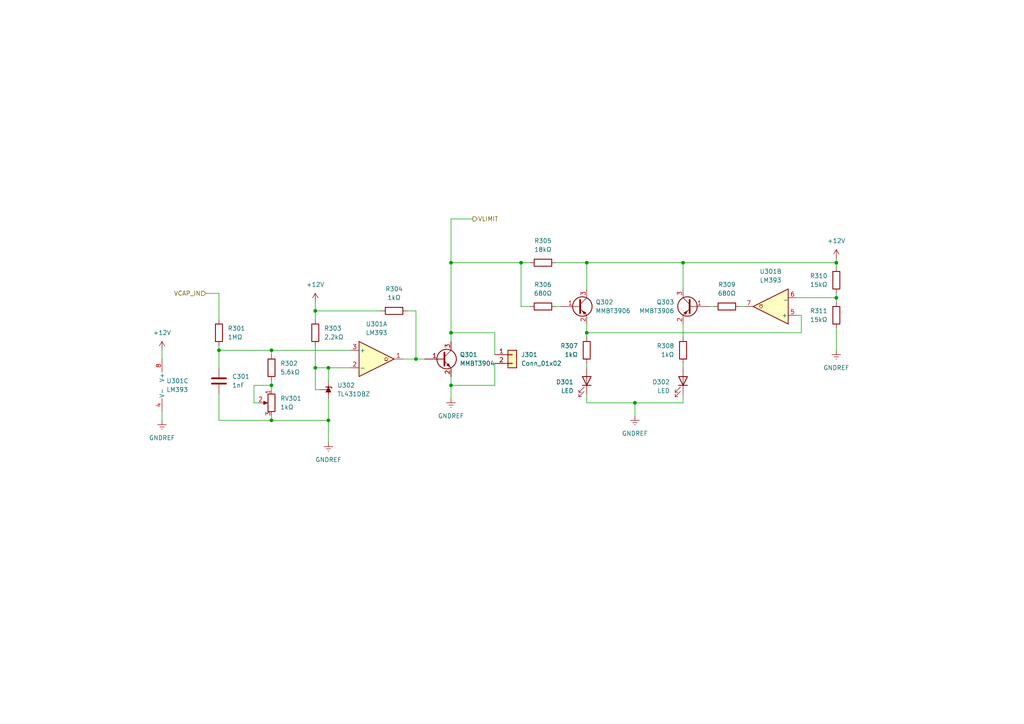
<source format=kicad_sch>
(kicad_sch (version 20211123) (generator eeschema)
  (paper "A4")
  (title_block (title "Ball Plunger Board") (date "2022-09-02") (rev "1") (company "Politeknik Negeri Ujung Pandang") (comment 1 "Engineer: Nur Wahyu Mahardika"))
  (lib_symbols
    (symbol "Comparator:LM393" (pin_names (offset 0.127))
      (property "Reference" "U" (at 3.81 3.81 0))
      (property "Value" "LM393" (at 6.35 -3.81 0))
      (symbol "LM393_1_1"
        (polyline (pts (xy -5.08 5.08) (xy 5.08 0) (xy -5.08 -5.08) (xy -5.08 5.08)) (stroke (width 0.254)) (fill (type background)))
        (polyline (pts (xy 3.302 -0.508) (xy 2.794 -0.508) (xy 3.302 0) (xy 2.794 0.508) (xy 2.286 0) (xy 2.794 -0.508) (xy 2.286 -0.508)) (stroke (width 0.127)))
        (pin open_collector line (at 7.62 0 180) (length 2.54) (name "~") (number "1"))
        (pin input line (at -7.62 -2.54 0) (length 2.54) (name "-") (number "2"))
        (pin input line (at -7.62 2.54 0) (length 2.54) (name "+") (number "3"))
      )
      (symbol "LM393_2_1"
        (polyline (pts (xy -5.08 5.08) (xy 5.08 0) (xy -5.08 -5.08) (xy -5.08 5.08)) (stroke (width 0.254)) (fill (type background)))
        (polyline (pts (xy 3.302 -0.508) (xy 2.794 -0.508) (xy 3.302 0) (xy 2.794 0.508) (xy 2.286 0) (xy 2.794 -0.508) (xy 2.286 -0.508)) (stroke (width 0.127)))
        (pin input line (at -7.62 2.54 0) (length 2.54) (name "+") (number "5"))
        (pin input line (at -7.62 -2.54 0) (length 2.54) (name "_") (number "6"))
        (pin open_collector line (at 7.62 0 180) (length 2.54) (name "~") (number "7"))
      )
      (symbol "LM393_3_1"
        (pin power_in line (at -2.54 -7.62 90) (length 3.81) (name "V-") (number "4"))
        (pin power_in line (at -2.54 7.62 270) (length 3.81) (name "V+") (number "8"))
      )
    )
    (symbol "Connector_Generic:Conn_01x02" (pin_names (offset 1.016) hide)
      (property "Reference" "J" (at 0 2.54 0))
      (property "Value" "Conn_01x02" (at 0 -5.08 0))
      (symbol "Conn_01x02_1_1"
        (rectangle (start -1.27 -2.413) (end 0 -2.667) (stroke (width 0.1524)))
        (rectangle (start -1.27 0.127) (end 0 -0.127) (stroke (width 0.1524)))
        (rectangle (start -1.27 1.27) (end 1.27 -3.81) (stroke (width 0.254)) (fill (type background)))
        (pin passive line (at -5.08 0 0) (length 3.81) (name "Pin_1") (number "1"))
        (pin passive line (at -5.08 -2.54 0) (length 3.81) (name "Pin_2") (number "2"))
      )
    )
    (symbol "Device:C" (pin_numbers hide) (pin_names (offset 0.254))
      (property "Reference" "C" (at 0.635 2.54 0))
      (property "Value" "C" (at 0.635 -2.54 0))
      (symbol "C_0_1"
        (polyline (pts (xy -2.032 -0.762) (xy 2.032 -0.762)) (stroke (width 0.508)))
        (polyline (pts (xy -2.032 0.762) (xy 2.032 0.762)) (stroke (width 0.508)))
      )
      (symbol "C_1_1"
        (pin passive line (at 0 3.81 270) (length 2.794) (name "~") (number "1"))
        (pin passive line (at 0 -3.81 90) (length 2.794) (name "~") (number "2"))
      )
    )
    (symbol "Device:LED" (pin_numbers hide) (pin_names (offset 1.016) hide)
      (property "Reference" "D" (at 0 2.54 0))
      (property "Value" "LED" (at 0 -2.54 0))
      (symbol "LED_0_1"
        (polyline (pts (xy -1.27 -1.27) (xy -1.27 1.27)) (stroke (width 0.254)))
        (polyline (pts (xy -1.27 0) (xy 1.27 0)))
        (polyline (pts (xy 1.27 -1.27) (xy 1.27 1.27) (xy -1.27 0) (xy 1.27 -1.27)) (stroke (width 0.254)))
        (polyline (pts (xy -3.048 -0.762) (xy -4.572 -2.286) (xy -3.81 -2.286) (xy -4.572 -2.286) (xy -4.572 -1.524)))
        (polyline (pts (xy -1.778 -0.762) (xy -3.302 -2.286) (xy -2.54 -2.286) (xy -3.302 -2.286) (xy -3.302 -1.524)))
      )
      (symbol "LED_1_1"
        (pin passive line (at -3.81 0 0) (length 2.54) (name "K") (number "1"))
        (pin passive line (at 3.81 0 180) (length 2.54) (name "A") (number "2"))
      )
    )
    (symbol "Device:R" (pin_numbers hide) (pin_names (offset 0))
      (property "Reference" "R" (at 2.032 0 90))
      (property "Value" "R" (at 0 0 90))
      (symbol "R_0_1"
        (rectangle (start -1.016 -2.54) (end 1.016 2.54) (stroke (width 0.254)))
      )
      (symbol "R_1_1"
        (pin passive line (at 0 3.81 270) (length 1.27) (name "~") (number "1"))
        (pin passive line (at 0 -3.81 90) (length 1.27) (name "~") (number "2"))
      )
    )
    (symbol "Device:R_Potentiometer" (pin_names (offset 1.016) hide)
      (property "Reference" "RV" (at -4.445 0 90))
      (property "Value" "R_Potentiometer" (at -2.54 0 90))
      (symbol "R_Potentiometer_0_1"
        (polyline (pts (xy 2.54 0) (xy 1.524 0)))
        (polyline (pts (xy 1.143 0) (xy 2.286 0.508) (xy 2.286 -0.508) (xy 1.143 0)) (fill (type outline)))
        (rectangle (start 1.016 2.54) (end -1.016 -2.54) (stroke (width 0.254)))
      )
      (symbol "R_Potentiometer_1_1"
        (pin passive line (at 0 3.81 270) (length 1.27) (name "1") (number "1"))
        (pin passive line (at 3.81 0 180) (length 1.27) (name "2") (number "2"))
        (pin passive line (at 0 -3.81 90) (length 1.27) (name "3") (number "3"))
      )
    )
    (symbol "Reference_Voltage:TL431DBZ" (pin_numbers hide) (pin_names hide)
      (property "Reference" "U" (at -2.54 2.54 0))
      (property "Value" "TL431DBZ" (at 0 -2.54 0))
      (symbol "TL431DBZ_0_1"
        (polyline (pts (xy -1.27 0) (xy 0 0) (xy 1.27 0)))
        (polyline (pts (xy -0.762 0.762) (xy 0.762 0) (xy -0.762 -0.762)) (fill (type outline)))
        (polyline (pts (xy 0.508 -1.016) (xy 0.762 -0.762) (xy 0.762 0.762) (xy 0.762 0.762)) (stroke (width 0.254)))
      )
      (symbol "TL431DBZ_1_1"
        (pin passive line (at 2.54 0 180) (length 2.54) (name "K") (number "1"))
        (pin passive line (at 0 2.54 270) (length 2.54) (name "REF") (number "2"))
        (pin passive line (at -2.54 0 0) (length 2.54) (name "A") (number "3"))
      )
    )
    (symbol "Transistor_BJT:MMBT3904" (pin_names (offset 0) hide)
      (property "Reference" "Q" (at 5.08 1.905 0))
      (property "Value" "MMBT3904" (at 5.08 0 0))
      (symbol "MMBT3904_0_1"
        (polyline (pts (xy 0.635 0.635) (xy 2.54 2.54)))
        (polyline (pts (xy 0.635 -0.635) (xy 2.54 -2.54) (xy 2.54 -2.54)))
        (polyline (pts (xy 0.635 1.905) (xy 0.635 -1.905) (xy 0.635 -1.905)) (stroke (width 0.508)))
        (polyline (pts (xy 1.27 -1.778) (xy 1.778 -1.27) (xy 2.286 -2.286) (xy 1.27 -1.778) (xy 1.27 -1.778)) (fill (type outline)))
        (circle (center 1.27 0) (radius 2.8194) (stroke (width 0.254)))
      )
      (symbol "MMBT3904_1_1"
        (pin input line (at -5.08 0 0) (length 5.715) (name "B") (number "1"))
        (pin passive line (at 2.54 -5.08 90) (length 2.54) (name "E") (number "2"))
        (pin passive line (at 2.54 5.08 270) (length 2.54) (name "C") (number "3"))
      )
    )
    (symbol "Transistor_BJT:MMBT3906" (pin_names (offset 0) hide)
      (property "Reference" "Q" (at 5.08 1.905 0))
      (property "Value" "MMBT3906" (at 5.08 0 0))
      (symbol "MMBT3906_0_1"
        (polyline (pts (xy 0.635 0.635) (xy 2.54 2.54)))
        (polyline (pts (xy 0.635 -0.635) (xy 2.54 -2.54) (xy 2.54 -2.54)))
        (polyline (pts (xy 0.635 1.905) (xy 0.635 -1.905) (xy 0.635 -1.905)) (stroke (width 0.508)))
        (polyline (pts (xy 2.286 -1.778) (xy 1.778 -2.286) (xy 1.27 -1.27) (xy 2.286 -1.778) (xy 2.286 -1.778)) (fill (type outline)))
        (circle (center 1.27 0) (radius 2.8194) (stroke (width 0.254)))
      )
      (symbol "MMBT3906_1_1"
        (pin input line (at -5.08 0 0) (length 5.715) (name "B") (number "1"))
        (pin passive line (at 2.54 -5.08 90) (length 2.54) (name "E") (number "2"))
        (pin passive line (at 2.54 5.08 270) (length 2.54) (name "C") (number "3"))
      )
    )
    (symbol "power:+12V" (power) (pin_names (offset 0))
      (property "Value" "+12V" (at 0 3.556 0))
      (symbol "+12V_0_1"
        (polyline (pts (xy -0.762 1.27) (xy 0 2.54)))
        (polyline (pts (xy 0 0) (xy 0 2.54)))
        (polyline (pts (xy 0 2.54) (xy 0.762 1.27)))
      )
      (symbol "+12V_1_1"
        (pin power_in line (at 0 0 90) (length 0) hide (name "+12V") (number "1"))
      )
    )
    (symbol "power:GNDREF" (power) (pin_names (offset 0))
      (property "Value" "GNDREF" (at 0 -3.81 0))
      (symbol "GNDREF_0_1"
        (polyline (pts (xy -0.635 -1.905) (xy 0.635 -1.905)))
        (polyline (pts (xy -0.127 -2.54) (xy 0.127 -2.54)))
        (polyline (pts (xy 0 -1.27) (xy 0 0)))
        (polyline (pts (xy 1.27 -1.27) (xy -1.27 -1.27)))
      )
      (symbol "GNDREF_1_1"
        (pin power_in line (at 0 0 270) (length 0) hide (name "GNDREF") (number "1"))
      )
    )
  )
  (junction (at 91.44 90.17))
  (junction (at 170.18 76.2))
  (junction (at 91.44 106.68))
  (junction (at 242.57 86.36))
  (junction (at 130.81 76.2))
  (junction (at 184.15 116.84))
  (junction (at 78.74 121.92))
  (junction (at 130.81 96.52))
  (junction (at 151.13 76.2))
  (junction (at 120.65 104.14))
  (junction (at 78.74 101.6))
  (junction (at 170.18 96.52))
  (junction (at 78.74 111.76))
  (junction (at 242.57 76.2))
  (junction (at 95.25 106.68))
  (junction (at 95.25 121.92))
  (junction (at 198.12 76.2))
  (junction (at 63.5 101.6))
  (junction (at 130.81 111.76))
  (wire (pts (xy 63.5 121.92) (xy 78.74 121.92)))
  (wire (pts (xy 130.81 76.2) (xy 130.81 96.52)))
  (wire (pts (xy 78.74 121.92) (xy 95.25 121.92)))
  (wire (pts (xy 78.74 101.6) (xy 63.5 101.6)))
  (wire (pts (xy 143.51 105.41) (xy 143.51 111.76)))
  (wire (pts (xy 63.5 85.09) (xy 63.5 92.71)))
  (wire (pts (xy 130.81 109.22) (xy 130.81 111.76)))
  (wire (pts (xy 232.41 91.44) (xy 232.41 96.52)))
  (wire (pts (xy 170.18 116.84) (xy 170.18 114.3)))
  (wire (pts (xy 116.84 104.14) (xy 120.65 104.14)))
  (wire (pts (xy 120.65 104.14) (xy 120.65 90.17)))
  (wire (pts (xy 91.44 90.17) (xy 91.44 92.71)))
  (wire (pts (xy 95.25 106.68) (xy 95.25 110.49)))
  (wire (pts (xy 78.74 111.76) (xy 78.74 113.03)))
  (wire (pts (xy 198.12 114.3) (xy 198.12 116.84)))
  (wire (pts (xy 63.5 101.6) (xy 63.5 106.68)))
  (wire (pts (xy 137.16 63.5) (xy 130.81 63.5)))
  (wire (pts (xy 242.57 76.2) (xy 198.12 76.2)))
  (wire (pts (xy 120.65 90.17) (xy 118.11 90.17)))
  (wire (pts (xy 242.57 85.09) (xy 242.57 86.36)))
  (wire (pts (xy 151.13 76.2) (xy 151.13 88.9)))
  (wire (pts (xy 63.5 100.33) (xy 63.5 101.6)))
  (wire (pts (xy 207.01 88.9) (xy 205.74 88.9)))
  (wire (pts (xy 198.12 76.2) (xy 198.12 83.82)))
  (wire (pts (xy 198.12 76.2) (xy 170.18 76.2)))
  (wire (pts (xy 231.14 91.44) (xy 232.41 91.44)))
  (wire (pts (xy 130.81 111.76) (xy 130.81 115.57)))
  (wire (pts (xy 242.57 86.36) (xy 231.14 86.36)))
  (wire (pts (xy 120.65 104.14) (xy 123.19 104.14)))
  (wire (pts (xy 170.18 76.2) (xy 161.29 76.2)))
  (wire (pts (xy 153.67 76.2) (xy 151.13 76.2)))
  (wire (pts (xy 170.18 105.41) (xy 170.18 106.68)))
  (wire (pts (xy 78.74 110.49) (xy 78.74 111.76)))
  (wire (pts (xy 184.15 116.84) (xy 170.18 116.84)))
  (wire (pts (xy 46.99 101.6) (xy 46.99 104.14)))
  (wire (pts (xy 130.81 96.52) (xy 143.51 96.52)))
  (wire (pts (xy 78.74 101.6) (xy 101.6 101.6)))
  (wire (pts (xy 74.93 116.84) (xy 73.66 116.84)))
  (wire (pts (xy 184.15 116.84) (xy 184.15 120.65)))
  (wire (pts (xy 198.12 116.84) (xy 184.15 116.84)))
  (wire (pts (xy 242.57 76.2) (xy 242.57 77.47)))
  (wire (pts (xy 143.51 102.87) (xy 143.51 96.52)))
  (wire (pts (xy 92.71 113.03) (xy 91.44 113.03)))
  (wire (pts (xy 101.6 106.68) (xy 95.25 106.68)))
  (wire (pts (xy 46.99 119.38) (xy 46.99 121.92)))
  (wire (pts (xy 198.12 93.98) (xy 198.12 97.79)))
  (wire (pts (xy 242.57 74.93) (xy 242.57 76.2)))
  (wire (pts (xy 91.44 100.33) (xy 91.44 106.68)))
  (wire (pts (xy 170.18 76.2) (xy 170.18 83.82)))
  (wire (pts (xy 242.57 86.36) (xy 242.57 87.63)))
  (wire (pts (xy 170.18 93.98) (xy 170.18 96.52)))
  (wire (pts (xy 91.44 106.68) (xy 95.25 106.68)))
  (wire (pts (xy 91.44 87.63) (xy 91.44 90.17)))
  (wire (pts (xy 151.13 88.9) (xy 153.67 88.9)))
  (wire (pts (xy 59.69 85.09) (xy 63.5 85.09)))
  (wire (pts (xy 130.81 76.2) (xy 151.13 76.2)))
  (wire (pts (xy 78.74 120.65) (xy 78.74 121.92)))
  (wire (pts (xy 91.44 106.68) (xy 91.44 113.03)))
  (wire (pts (xy 143.51 111.76) (xy 130.81 111.76)))
  (wire (pts (xy 95.25 115.57) (xy 95.25 121.92)))
  (wire (pts (xy 242.57 95.25) (xy 242.57 101.6)))
  (wire (pts (xy 73.66 111.76) (xy 78.74 111.76)))
  (wire (pts (xy 130.81 96.52) (xy 130.81 99.06)))
  (wire (pts (xy 95.25 121.92) (xy 95.25 128.27)))
  (wire (pts (xy 198.12 105.41) (xy 198.12 106.68)))
  (wire (pts (xy 130.81 63.5) (xy 130.81 76.2)))
  (wire (pts (xy 110.49 90.17) (xy 91.44 90.17)))
  (wire (pts (xy 78.74 102.87) (xy 78.74 101.6)))
  (wire (pts (xy 170.18 96.52) (xy 170.18 97.79)))
  (wire (pts (xy 232.41 96.52) (xy 170.18 96.52)))
  (wire (pts (xy 215.9 88.9) (xy 214.63 88.9)))
  (wire (pts (xy 63.5 114.3) (xy 63.5 121.92)))
  (wire (pts (xy 73.66 116.84) (xy 73.66 111.76)))
  (wire (pts (xy 162.56 88.9) (xy 161.29 88.9)))
  (hierarchical_label "VCAP_IN" (shape input) (at 59.69 85.09 180))
  (hierarchical_label "VLIMIT" (shape output) (at 137.16 63.5 0))
  (symbol (lib_id "Device:R") (at 157.48 88.9 270) (mirror x) (unit 1)
    (property "Reference" "R306" (at 157.48 82.55 90))
    (property "Value" "680Ω" (at 157.48 85.09 90))
    (property "Footprint" "Resistor_SMD:R_0805_2012Metric_Pad1.20x1.40mm_HandSolder" (effects hide))
  )
  (symbol (lib_id "power:GNDREF") (at 242.57 101.6 0) (mirror y) (unit 1)
    (property "Reference" "#PWR0308" (effects hide))
    (property "Value" "GNDREF" (at 242.57 106.68 0))
  )
  (symbol (lib_id "Device:R") (at 198.12 101.6 0) (mirror y) (unit 1)
    (property "Reference" "R308" (at 195.58 100.3299 0) (effects (justify left)))
    (property "Value" "1kΩ" (at 195.58 102.8699 0) (effects (justify left)))
    (property "Footprint" "Resistor_SMD:R_0805_2012Metric_Pad1.20x1.40mm_HandSolder" (effects hide))
  )
  (symbol (lib_id "Device:R") (at 91.44 96.52 0) (unit 1)
    (property "Reference" "R303" (at 93.98 95.2499 0) (effects (justify left)))
    (property "Value" "2.2kΩ" (at 93.98 97.7899 0) (effects (justify left)))
    (property "Footprint" "Resistor_SMD:R_0805_2012Metric_Pad1.20x1.40mm_HandSolder" (effects hide))
  )
  (symbol (lib_id "power:+12V") (at 242.57 74.93 0) (mirror y) (unit 1)
    (property "Reference" "#PWR0307" (effects hide))
    (property "Value" "+12V" (at 242.57 69.85 0))
  )
  (symbol (lib_id "Device:R") (at 170.18 101.6 0) (mirror y) (unit 1)
    (property "Reference" "R307" (at 167.64 100.3299 0) (effects (justify left)))
    (property "Value" "1kΩ" (at 167.64 102.8699 0) (effects (justify left)))
    (property "Footprint" "Resistor_SMD:R_0805_2012Metric_Pad1.20x1.40mm_HandSolder" (effects hide))
  )
  (symbol (lib_id "Device:R") (at 157.48 76.2 270) (mirror x) (unit 1)
    (property "Reference" "R305" (at 157.48 69.85 90))
    (property "Value" "18kΩ" (at 157.48 72.39 90))
    (property "Footprint" "Resistor_SMD:R_0805_2012Metric_Pad1.20x1.40mm_HandSolder" (effects hide))
  )
  (symbol (lib_id "Transistor_BJT:MMBT3906") (at 200.66 88.9 0) (mirror y) (unit 1)
    (property "Reference" "Q303" (at 195.58 87.6299 0) (effects (justify left)))
    (property "Value" "MMBT3906" (at 195.58 90.1699 0) (effects (justify left)))
    (property "Footprint" "Package_TO_SOT_SMD:SOT-23" (effects hide))
    (property "Datasheet" "https://www.onsemi.com/pub/Collateral/2N3906-D.PDF" (effects hide))
  )
  (symbol (lib_id "Transistor_BJT:MMBT3904") (at 128.27 104.14 0) (unit 1)
    (property "Reference" "Q301" (at 133.35 102.8699 0) (effects (justify left)))
    (property "Value" "MMBT3904" (at 133.35 105.4099 0) (effects (justify left)))
    (property "Footprint" "Package_TO_SOT_SMD:SOT-23" (effects hide))
    (property "Datasheet" "https://www.onsemi.com/pub/Collateral/2N3903-D.PDF" (effects hide))
  )
  (symbol (lib_id "Comparator:LM393") (at 223.52 88.9 180) (unit 2)
    (property "Reference" "U301" (at 223.52 78.74 0))
    (property "Value" "LM393" (at 223.52 81.28 0))
    (property "Footprint" "Package_SO:SOP-8-1EP_4.57x4.57mm_P1.27mm_EP4.57x4.45mm" (effects hide))
    (property "Datasheet" "http://www.ti.com/lit/ds/symlink/lm393.pdf" (effects hide))
  )
  (symbol (lib_id "Device:R_Potentiometer") (at 78.74 116.84 0) (mirror y) (unit 1)
    (property "Reference" "RV301" (at 81.28 115.5699 0) (effects (justify right)))
    (property "Value" "1kΩ" (at 81.28 118.1099 0) (effects (justify right)))
    (property "Footprint" "Potentiometer_THT:Potentiometer_Bourns_3296W_Vertical" (effects hide))
  )
  (symbol (lib_id "Reference_Voltage:TL431DBZ") (at 95.25 113.03 90) (unit 1)
    (property "Reference" "U302" (at 97.79 111.7599 90) (effects (justify right)))
    (property "Value" "TL431DBZ" (at 97.79 114.2999 90) (effects (justify right)))
    (property "Footprint" "Package_TO_SOT_SMD:SOT-23" (effects hide))
    (property "Datasheet" "http://www.ti.com/lit/ds/symlink/tl431.pdf" (effects hide))
  )
  (symbol (lib_id "Device:R") (at 242.57 91.44 0) (mirror y) (unit 1)
    (property "Reference" "R311" (at 240.03 90.1699 0) (effects (justify left)))
    (property "Value" "15kΩ" (at 240.03 92.7099 0) (effects (justify left)))
    (property "Footprint" "Resistor_SMD:R_0805_2012Metric_Pad1.20x1.40mm_HandSolder" (effects hide))
  )
  (symbol (lib_id "Device:LED") (at 198.12 110.49 270) (mirror x) (unit 1)
    (property "Reference" "D302" (at 194.31 110.8074 90) (effects (justify right)))
    (property "Value" "LED" (at 194.31 113.3474 90) (effects (justify right)))
    (property "Footprint" "LED_SMD:LED_1206_3216Metric_Pad1.42x1.75mm_HandSolder" (effects hide))
  )
  (symbol (lib_id "power:GNDREF") (at 130.81 115.57 0) (unit 1)
    (property "Reference" "#PWR0305" (effects hide))
    (property "Value" "GNDREF" (at 130.81 120.65 0))
  )
  (symbol (lib_id "Device:R") (at 242.57 81.28 0) (mirror y) (unit 1)
    (property "Reference" "R310" (at 240.03 80.0099 0) (effects (justify left)))
    (property "Value" "15kΩ" (at 240.03 82.5499 0) (effects (justify left)))
    (property "Footprint" "Resistor_SMD:R_0805_2012Metric_Pad1.20x1.40mm_HandSolder" (effects hide))
  )
  (symbol (lib_id "Device:R") (at 63.5 96.52 0) (unit 1)
    (property "Reference" "R301" (at 66.04 95.2499 0) (effects (justify left)))
    (property "Value" "1MΩ" (at 66.04 97.7899 0) (effects (justify left)))
    (property "Footprint" "Resistor_SMD:R_1206_3216Metric_Pad1.30x1.75mm_HandSolder" (effects hide))
  )
  (symbol (lib_id "Device:R") (at 114.3 90.17 90) (unit 1)
    (property "Reference" "R304" (at 114.3 83.82 90))
    (property "Value" "1kΩ" (at 114.3 86.36 90))
    (property "Footprint" "Resistor_SMD:R_0805_2012Metric_Pad1.20x1.40mm_HandSolder" (effects hide))
  )
  (symbol (lib_id "power:GNDREF") (at 46.99 121.92 0) (unit 1)
    (property "Reference" "#PWR0302" (effects hide))
    (property "Value" "GNDREF" (at 46.99 127 0))
  )
  (symbol (lib_id "power:GNDREF") (at 95.25 128.27 0) (unit 1)
    (property "Reference" "#PWR0304" (effects hide))
    (property "Value" "GNDREF" (at 95.25 133.35 0))
  )
  (symbol (lib_id "Device:R") (at 78.74 106.68 0) (unit 1)
    (property "Reference" "R302" (at 81.28 105.4099 0) (effects (justify left)))
    (property "Value" "5.6kΩ" (at 81.28 107.9499 0) (effects (justify left)))
    (property "Footprint" "Resistor_SMD:R_0805_2012Metric_Pad1.20x1.40mm_HandSolder" (effects hide))
  )
  (symbol (lib_id "Comparator:LM393") (at 109.22 104.14 0) (unit 1)
    (property "Reference" "U301" (at 109.22 93.98 0))
    (property "Value" "LM393" (at 109.22 96.52 0))
    (property "Footprint" "Package_SO:SOP-8-1EP_4.57x4.57mm_P1.27mm_EP4.57x4.45mm" (effects hide))
    (property "Datasheet" "http://www.ti.com/lit/ds/symlink/lm393.pdf" (effects hide))
  )
  (symbol (lib_id "Connector_Generic:Conn_01x02") (at 148.59 102.87 0) (unit 1)
    (property "Reference" "J301" (at 151.13 102.8699 0) (effects (justify left)))
    (property "Value" "Conn_01x02" (at 151.13 105.4099 0) (effects (justify left)))
    (property "Footprint" "Connector_PinHeader_2.54mm:PinHeader_1x02_P2.54mm_Vertical" (effects hide))
  )
  (symbol (lib_id "Device:C") (at 63.5 110.49 0) (unit 1)
    (property "Reference" "C301" (at 67.31 109.2199 0) (effects (justify left)))
    (property "Value" "1nF" (at 67.31 111.7599 0) (effects (justify left)))
    (property "Footprint" "Capacitor_SMD:C_0805_2012Metric_Pad1.18x1.45mm_HandSolder" (effects hide))
  )
  (symbol (lib_id "Device:LED") (at 170.18 110.49 270) (mirror x) (unit 1)
    (property "Reference" "D301" (at 166.37 110.8074 90) (effects (justify right)))
    (property "Value" "LED" (at 166.37 113.3474 90) (effects (justify right)))
    (property "Footprint" "LED_SMD:LED_1206_3216Metric_Pad1.42x1.75mm_HandSolder" (effects hide))
  )
  (symbol (lib_id "Device:R") (at 210.82 88.9 270) (mirror x) (unit 1)
    (property "Reference" "R309" (at 210.82 82.55 90))
    (property "Value" "680Ω" (at 210.82 85.09 90))
    (property "Footprint" "Resistor_SMD:R_0805_2012Metric_Pad1.20x1.40mm_HandSolder" (effects hide))
  )
  (symbol (lib_id "Comparator:LM393") (at 49.53 111.76 0) (unit 3)
    (property "Reference" "U301" (at 48.26 110.4899 0) (effects (justify left)))
    (property "Value" "LM393" (at 48.26 113.0299 0) (effects (justify left)))
    (property "Footprint" "Package_SO:SOP-8-1EP_4.57x4.57mm_P1.27mm_EP4.57x4.45mm" (effects hide))
    (property "Datasheet" "http://www.ti.com/lit/ds/symlink/lm393.pdf" (effects hide))
  )
  (symbol (lib_id "power:+12V") (at 91.44 87.63 0) (unit 1)
    (property "Reference" "#PWR0303" (effects hide))
    (property "Value" "+12V" (at 91.44 82.55 0))
  )
  (symbol (lib_id "power:GNDREF") (at 184.15 120.65 0) (mirror y) (unit 1)
    (property "Reference" "#PWR0306" (effects hide))
    (property "Value" "GNDREF" (at 184.15 125.73 0))
  )
  (symbol (lib_id "power:+12V") (at 46.99 101.6 0) (unit 1)
    (property "Reference" "#PWR0301" (effects hide))
    (property "Value" "+12V" (at 46.99 96.52 0))
  )
  (symbol (lib_id "Transistor_BJT:MMBT3906") (at 167.64 88.9 0) (unit 1)
    (property "Reference" "Q302" (at 172.72 87.6299 0) (effects (justify left)))
    (property "Value" "MMBT3906" (at 172.72 90.1699 0) (effects (justify left)))
    (property "Footprint" "Package_TO_SOT_SMD:SOT-23" (effects hide))
    (property "Datasheet" "https://www.onsemi.com/pub/Collateral/2N3906-D.PDF" (effects hide))
  )
)
</source>
